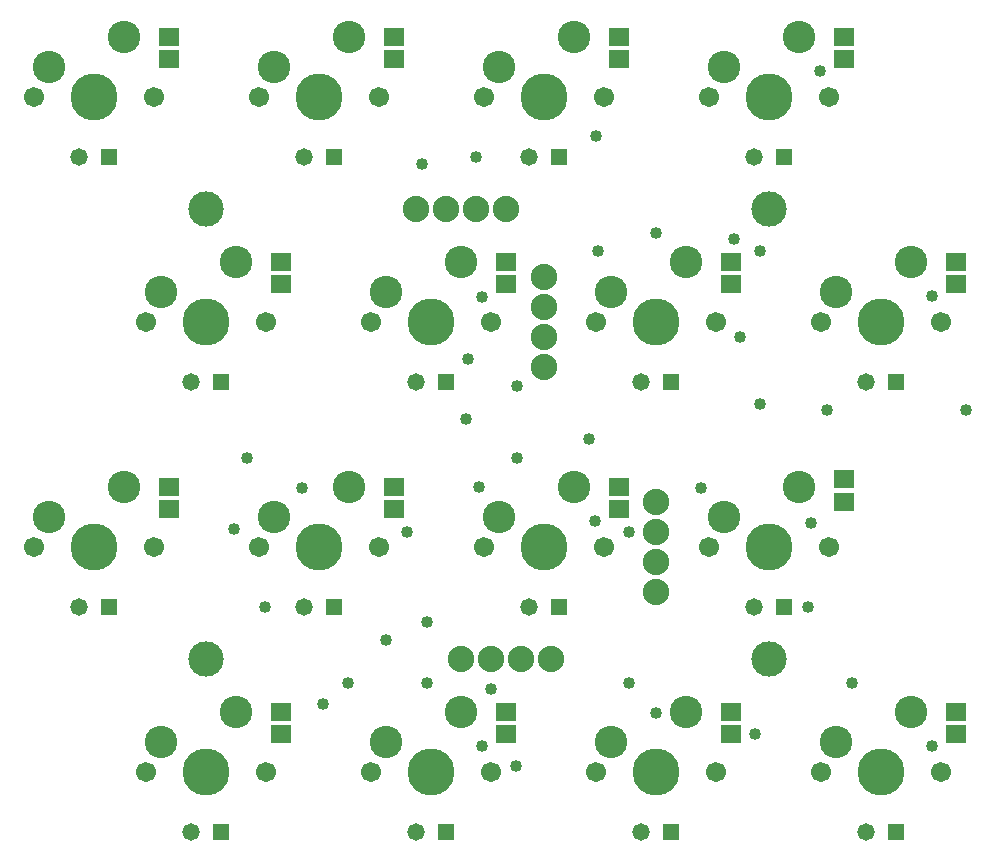
<source format=gbs>
G04 DipTrace 2.2.0.9*
%INBottomMask.gbr*%
%MOIN*%
%ADD19C,0.04*%
%ADD21C,0.118*%
%ADD22C,0.157*%
%ADD23C,0.067*%
%ADD30C,0.108*%
%ADD32C,0.088*%
%ADD34R,0.058X0.058*%
%ADD36C,0.058*%
%ADD38R,0.0671X0.0592*%
%FSLAX44Y44*%
%SFA1B1*%
%OFA0B0*%
G04*
G70*
G90*
G75*
G01*
%LNBotMask*%
%LPD*%
D19*
X31455Y4344D3*
X32585Y15566D3*
X27950D3*
X27410Y11785D3*
X27705Y26844D3*
X31455Y19344D3*
X28785Y6450D3*
X22250Y21450D3*
X25545Y4750D3*
X23750Y12950D3*
X21335Y11494D3*
Y6450D3*
X20205Y11844D3*
X25045Y18000D3*
X10450Y12950D3*
X8165Y11602D3*
X9200Y9000D3*
X11145Y5750D3*
X16455Y4344D3*
X16750Y6254D3*
X16455Y19335D3*
X20300Y20850D3*
X20250Y24700D3*
X14445Y23750D3*
X15985Y17250D3*
X17600Y16364D3*
X8600Y13950D3*
X17600D3*
X13250Y7900D3*
X13950Y11494D3*
X16350Y13000D3*
X20000Y14600D3*
X22250Y5450D3*
X17585Y3694D3*
X27300Y9000D3*
X25695Y15750D3*
Y20850D3*
X24850Y21254D3*
X15900Y15250D3*
X16250Y24000D3*
X14600Y8500D3*
Y6450D3*
X11965D3*
D38*
X6000Y27250D3*
Y27998D3*
X13500Y27250D3*
Y27998D3*
X21000Y27250D3*
Y27998D3*
X28500Y27250D3*
Y27998D3*
X9750Y19750D3*
Y20498D3*
X17250Y19750D3*
Y20498D3*
X24750Y19750D3*
Y20498D3*
X32250Y19750D3*
Y20498D3*
X6000Y12252D3*
Y13000D3*
X13500Y12250D3*
Y12998D3*
X21000Y12250D3*
Y12998D3*
X28500Y12500D3*
Y13248D3*
X9750Y4750D3*
Y5498D3*
X17250Y4750D3*
Y5498D3*
X24750Y4750D3*
Y5498D3*
X32250Y4750D3*
Y5498D3*
D36*
X3000Y24000D3*
D34*
X4000D3*
D36*
X10500D3*
D34*
X11500D3*
D36*
X18000D3*
D34*
X19000D3*
D36*
X25500D3*
D34*
X26500D3*
D36*
X6750Y16500D3*
D34*
X7750D3*
D36*
X14250D3*
D34*
X15250D3*
D36*
X21750D3*
D34*
X22750D3*
D36*
X29250D3*
D34*
X30250D3*
D36*
X3000Y9000D3*
D34*
X4000D3*
D36*
X10500D3*
D34*
X11500D3*
D36*
X18000D3*
D34*
X19000D3*
D36*
X25500D3*
D34*
X26500D3*
D36*
X6750Y1500D3*
D34*
X7750D3*
D36*
X14250D3*
D34*
X15250D3*
D36*
X21750D3*
D34*
X22750D3*
D36*
X29250D3*
D34*
X30250D3*
D21*
X26000Y22250D3*
X7250D3*
Y7250D3*
X26000D3*
D32*
X22250Y9500D3*
Y10500D3*
Y11500D3*
Y12500D3*
X18750Y7250D3*
X17750D3*
X16750D3*
X15750D3*
X14250Y22250D3*
X15250D3*
X16250D3*
X17250D3*
X18500Y17000D3*
Y18000D3*
Y19000D3*
Y20000D3*
D30*
X2000Y27000D3*
X4500Y28000D3*
D22*
X3500Y26000D3*
D23*
X1500D3*
X5500D3*
D30*
X9500Y27000D3*
X12000Y28000D3*
D22*
X11000Y26000D3*
D23*
X9000D3*
X13000D3*
D30*
X17000Y27000D3*
X19500Y28000D3*
D22*
X18500Y26000D3*
D23*
X16500D3*
X20500D3*
D30*
X24500Y27000D3*
X27000Y28000D3*
D22*
X26000Y26000D3*
D23*
X24000D3*
X28000D3*
D30*
X5750Y19500D3*
X8250Y20500D3*
D22*
X7250Y18500D3*
D23*
X5250D3*
X9250D3*
D30*
X13250Y19500D3*
X15750Y20500D3*
D22*
X14750Y18500D3*
D23*
X12750D3*
X16750D3*
D30*
X20750Y19500D3*
X23250Y20500D3*
D22*
X22250Y18500D3*
D23*
X20250D3*
X24250D3*
D30*
X28250Y19500D3*
X30750Y20500D3*
D22*
X29750Y18500D3*
D23*
X27750D3*
X31750D3*
D30*
X2000Y12000D3*
X4500Y13000D3*
D22*
X3500Y11000D3*
D23*
X1500D3*
X5500D3*
D30*
X9500Y12000D3*
X12000Y13000D3*
D22*
X11000Y11000D3*
D23*
X9000D3*
X13000D3*
D30*
X17000Y12000D3*
X19500Y13000D3*
D22*
X18500Y11000D3*
D23*
X16500D3*
X20500D3*
D30*
X24500Y12000D3*
X27000Y13000D3*
D22*
X26000Y11000D3*
D23*
X24000D3*
X28000D3*
D30*
X5750Y4500D3*
X8250Y5500D3*
D22*
X7250Y3500D3*
D23*
X5250D3*
X9250D3*
D30*
X13250Y4500D3*
X15750Y5500D3*
D22*
X14750Y3500D3*
D23*
X12750D3*
X16750D3*
D30*
X20750Y4500D3*
X23250Y5500D3*
D22*
X22250Y3500D3*
D23*
X20250D3*
X24250D3*
D30*
X28250Y4500D3*
X30750Y5500D3*
D22*
X29750Y3500D3*
D23*
X27750D3*
X31750D3*
M02*

</source>
